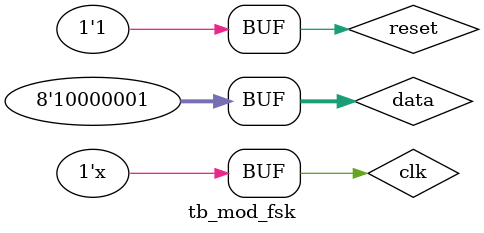
<source format=v>
`timescale 1ns/1ps
module tb_mod_fsk();
    reg clk, reset;
    reg [7:0] data;
    wire cs_dac, sclk_dac, mosi_dac;
mod_fsk uut(
    .clk(clk),
    .reset(reset),
    .data(data),
    .cs_dac(cs_dac),
    .sclk_dac(sclk_dac),
    .mosi_dac(mosi_dac)
    );
initial begin
    clk = 0;
    reset = 0;
    data = 8'b10000001;
    #100;
    reset = 1;
    #5;
end
always #5 clk = !clk;
endmodule

</source>
